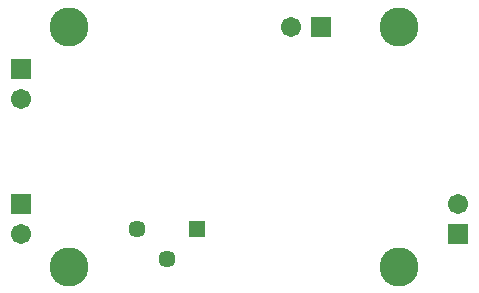
<source format=gbs>
G04*
G04 #@! TF.GenerationSoftware,Altium Limited,Altium Designer,21.0.9 (235)*
G04*
G04 Layer_Color=16711935*
%FSLAX25Y25*%
%MOIN*%
G70*
G04*
G04 #@! TF.SameCoordinates,75D1A4E6-31BD-42C8-8B3C-3027E6905E36*
G04*
G04*
G04 #@! TF.FilePolarity,Negative*
G04*
G01*
G75*
%ADD31C,0.13005*%
%ADD32R,0.05721X0.05721*%
%ADD33C,0.05721*%
%ADD34R,0.06706X0.06706*%
%ADD35C,0.06706*%
%ADD36R,0.06706X0.06706*%
D31*
X140000Y10000D02*
D03*
Y90000D02*
D03*
X30000D02*
D03*
Y10000D02*
D03*
D32*
X72500Y22362D02*
D03*
D33*
X62500Y12362D02*
D03*
X52500Y22362D02*
D03*
D34*
X114000Y90000D02*
D03*
D35*
X104000D02*
D03*
X14000Y66000D02*
D03*
X159500Y31000D02*
D03*
X14000Y21000D02*
D03*
D36*
Y76000D02*
D03*
X159500Y21000D02*
D03*
X14000Y31000D02*
D03*
M02*

</source>
